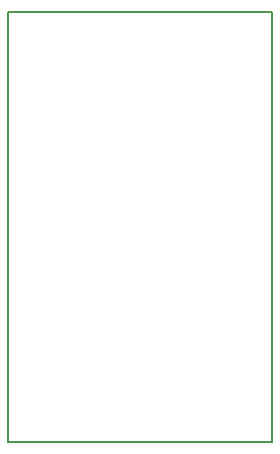
<source format=gm1>
G04 #@! TF.GenerationSoftware,KiCad,Pcbnew,5.1.10-88a1d61d58~90~ubuntu20.04.1*
G04 #@! TF.CreationDate,2021-10-12T10:11:59+02:00*
G04 #@! TF.ProjectId,attiny85_I2C_RGB_LED_v2,61747469-6e79-4383-955f-4932435f5247,2.0*
G04 #@! TF.SameCoordinates,Original*
G04 #@! TF.FileFunction,Profile,NP*
%FSLAX46Y46*%
G04 Gerber Fmt 4.6, Leading zero omitted, Abs format (unit mm)*
G04 Created by KiCad (PCBNEW 5.1.10-88a1d61d58~90~ubuntu20.04.1) date 2021-10-12 10:11:59*
%MOMM*%
%LPD*%
G01*
G04 APERTURE LIST*
G04 #@! TA.AperFunction,Profile*
%ADD10C,0.200000*%
G04 #@! TD*
G04 APERTURE END LIST*
D10*
X106800000Y-147091400D02*
X106800000Y-110700000D01*
X129200000Y-110700000D02*
X106800000Y-110700000D01*
X129200000Y-147091400D02*
X129200000Y-110700000D01*
X106800000Y-147091400D02*
X129200000Y-147091400D01*
M02*

</source>
